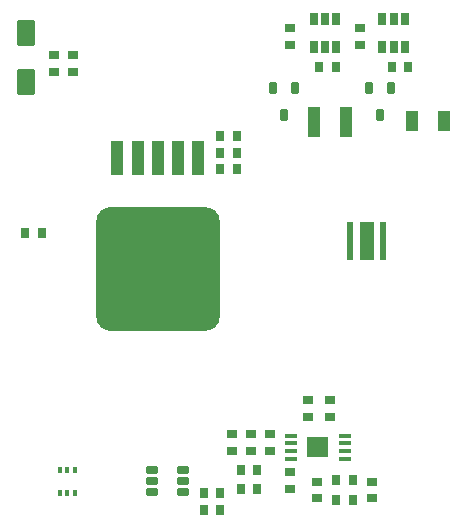
<source format=gtp>
G04*
G04 #@! TF.GenerationSoftware,Altium Limited,Altium Designer,19.1.9 (167)*
G04*
G04 Layer_Color=8421504*
%FSLAX44Y44*%
%MOMM*%
G71*
G01*
G75*
%ADD23R,0.4000X0.5000*%
%ADD24R,1.1000X1.7000*%
%ADD25R,1.1000X2.6000*%
G04:AMPARAMS|DCode=26|XSize=0.6mm|YSize=1mm|CornerRadius=0.075mm|HoleSize=0mm|Usage=FLASHONLY|Rotation=180.000|XOffset=0mm|YOffset=0mm|HoleType=Round|Shape=RoundedRectangle|*
%AMROUNDEDRECTD26*
21,1,0.6000,0.8500,0,0,180.0*
21,1,0.4500,1.0000,0,0,180.0*
1,1,0.1500,-0.2250,0.4250*
1,1,0.1500,0.2250,0.4250*
1,1,0.1500,0.2250,-0.4250*
1,1,0.1500,-0.2250,-0.4250*
%
%ADD26ROUNDEDRECTD26*%
%ADD27R,0.9000X0.8000*%
%ADD28R,0.8000X0.9000*%
%ADD29R,0.6500X1.1000*%
%ADD30R,0.5000X3.3000*%
%ADD31R,1.3000X3.3000*%
G04:AMPARAMS|DCode=32|XSize=0.6mm|YSize=1mm|CornerRadius=0.075mm|HoleSize=0mm|Usage=FLASHONLY|Rotation=270.000|XOffset=0mm|YOffset=0mm|HoleType=Round|Shape=RoundedRectangle|*
%AMROUNDEDRECTD32*
21,1,0.6000,0.8500,0,0,270.0*
21,1,0.4500,1.0000,0,0,270.0*
1,1,0.1500,-0.4250,-0.2250*
1,1,0.1500,-0.4250,0.2250*
1,1,0.1500,0.4250,0.2250*
1,1,0.1500,0.4250,-0.2250*
%
%ADD32ROUNDEDRECTD32*%
G04:AMPARAMS|DCode=33|XSize=2.2mm|YSize=1.5mm|CornerRadius=0.1875mm|HoleSize=0mm|Usage=FLASHONLY|Rotation=90.000|XOffset=0mm|YOffset=0mm|HoleType=Round|Shape=RoundedRectangle|*
%AMROUNDEDRECTD33*
21,1,2.2000,1.1250,0,0,90.0*
21,1,1.8250,1.5000,0,0,90.0*
1,1,0.3750,0.5625,0.9125*
1,1,0.3750,0.5625,-0.9125*
1,1,0.3750,-0.5625,-0.9125*
1,1,0.3750,-0.5625,0.9125*
%
%ADD33ROUNDEDRECTD33*%
G04:AMPARAMS|DCode=34|XSize=10.5mm|YSize=10.5mm|CornerRadius=1.3125mm|HoleSize=0mm|Usage=FLASHONLY|Rotation=90.000|XOffset=0mm|YOffset=0mm|HoleType=Round|Shape=RoundedRectangle|*
%AMROUNDEDRECTD34*
21,1,10.5000,7.8750,0,0,90.0*
21,1,7.8750,10.5000,0,0,90.0*
1,1,2.6250,3.9375,3.9375*
1,1,2.6250,3.9375,-3.9375*
1,1,2.6250,-3.9375,-3.9375*
1,1,2.6250,-3.9375,3.9375*
%
%ADD34ROUNDEDRECTD34*%
G04:AMPARAMS|DCode=35|XSize=2.95mm|YSize=1.05mm|CornerRadius=0.1313mm|HoleSize=0mm|Usage=FLASHONLY|Rotation=90.000|XOffset=0mm|YOffset=0mm|HoleType=Round|Shape=RoundedRectangle|*
%AMROUNDEDRECTD35*
21,1,2.9500,0.7875,0,0,90.0*
21,1,2.6875,1.0500,0,0,90.0*
1,1,0.2625,0.3938,1.3438*
1,1,0.2625,0.3938,-1.3438*
1,1,0.2625,-0.3938,-1.3438*
1,1,0.2625,-0.3938,1.3438*
%
%ADD35ROUNDEDRECTD35*%
G04:AMPARAMS|DCode=36|XSize=0.41mm|YSize=1.02mm|CornerRadius=0.1025mm|HoleSize=0mm|Usage=FLASHONLY|Rotation=90.000|XOffset=0mm|YOffset=0mm|HoleType=Round|Shape=RoundedRectangle|*
%AMROUNDEDRECTD36*
21,1,0.4100,0.8150,0,0,90.0*
21,1,0.2050,1.0200,0,0,90.0*
1,1,0.2050,0.4075,0.1025*
1,1,0.2050,0.4075,-0.1025*
1,1,0.2050,-0.4075,-0.1025*
1,1,0.2050,-0.4075,0.1025*
%
%ADD36ROUNDEDRECTD36*%
G36*
X317444Y296652D02*
X307344D01*
Y304152D01*
X317444D01*
Y296652D01*
D02*
G37*
G36*
Y286652D02*
X307344D01*
Y294152D01*
X317444D01*
Y286652D01*
D02*
G37*
G36*
Y276652D02*
X307344D01*
Y284152D01*
X317444D01*
Y276652D01*
D02*
G37*
G36*
X279386Y125049D02*
X279386Y107572D01*
X261909Y107572D01*
X261909Y125049D01*
X279386Y125049D01*
D02*
G37*
D23*
X52391Y77625D02*
D03*
X58892D02*
D03*
X65392D02*
D03*
Y96625D02*
D03*
X58892D02*
D03*
X52391D02*
D03*
D24*
X350769Y392187D02*
D03*
X377769D02*
D03*
D25*
X294957Y391238D02*
D03*
X267957D02*
D03*
D26*
X323538Y397354D02*
D03*
X314038Y420353D02*
D03*
X333038D02*
D03*
X242184Y397354D02*
D03*
X232684Y420353D02*
D03*
X251683D02*
D03*
D27*
X247724Y456870D02*
D03*
Y470871D02*
D03*
X306797Y456870D02*
D03*
Y470871D02*
D03*
X230490Y113344D02*
D03*
Y127344D02*
D03*
X316601Y72834D02*
D03*
Y86834D02*
D03*
X64147Y448067D02*
D03*
Y434067D02*
D03*
X47340D02*
D03*
Y448067D02*
D03*
X198400Y127344D02*
D03*
Y113344D02*
D03*
X270597Y86834D02*
D03*
Y72834D02*
D03*
X247858Y95085D02*
D03*
Y81085D02*
D03*
X214444Y113344D02*
D03*
Y127344D02*
D03*
X262666Y155734D02*
D03*
Y141734D02*
D03*
X281056Y141888D02*
D03*
Y155888D02*
D03*
D28*
X286165Y438024D02*
D03*
X272165D02*
D03*
X347774D02*
D03*
X333774D02*
D03*
X219882Y80560D02*
D03*
X205882D02*
D03*
X286718Y71574D02*
D03*
X300718D02*
D03*
X286682Y88598D02*
D03*
X300683D02*
D03*
X202252Y351354D02*
D03*
X188253D02*
D03*
X202252Y379658D02*
D03*
X188253D02*
D03*
X202252Y365506D02*
D03*
X188253D02*
D03*
X37476Y297238D02*
D03*
X23475D02*
D03*
X219777Y96575D02*
D03*
X205777D02*
D03*
X188521Y77251D02*
D03*
X174521D02*
D03*
X188521Y62939D02*
D03*
X174521D02*
D03*
D29*
X325747Y455072D02*
D03*
X335247D02*
D03*
X344747D02*
D03*
Y479072D02*
D03*
X335247D02*
D03*
X325747D02*
D03*
X267600Y455072D02*
D03*
X277101D02*
D03*
X286600D02*
D03*
Y479072D02*
D03*
X277101D02*
D03*
X267600D02*
D03*
D30*
X298395Y290402D02*
D03*
X326394D02*
D03*
D31*
X312394D02*
D03*
D32*
X131014Y87596D02*
D03*
Y97095D02*
D03*
X157014Y78095D02*
D03*
Y87596D02*
D03*
Y97095D02*
D03*
X131014Y78095D02*
D03*
D33*
X23605Y467100D02*
D03*
Y425099D02*
D03*
D34*
X135500Y267321D02*
D03*
D35*
X101400Y361321D02*
D03*
X169600D02*
D03*
X152550D02*
D03*
X135500D02*
D03*
X118450D02*
D03*
D36*
X247907Y106357D02*
D03*
Y112856D02*
D03*
Y119357D02*
D03*
Y125857D02*
D03*
X293907D02*
D03*
Y119357D02*
D03*
Y112856D02*
D03*
Y106357D02*
D03*
M02*

</source>
